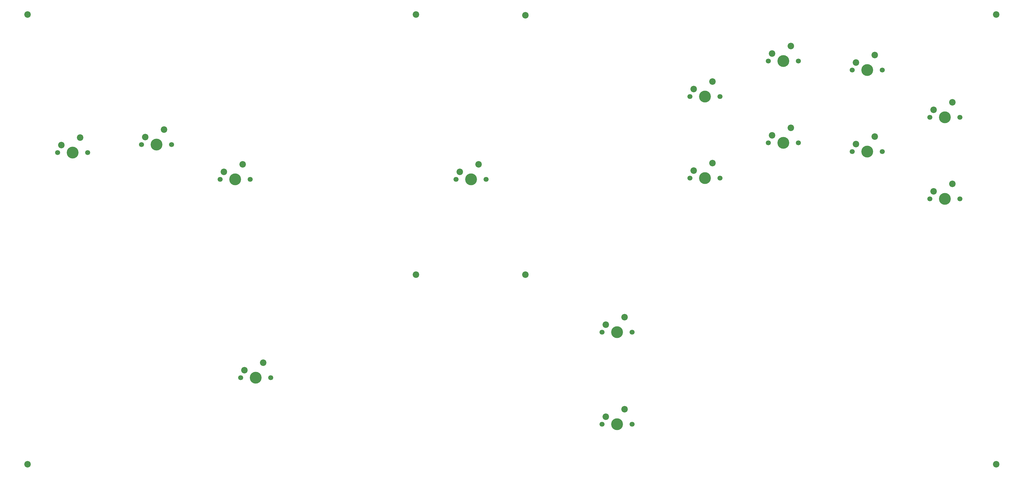
<source format=gbr>
%TF.GenerationSoftware,KiCad,Pcbnew,7.0.5*%
%TF.CreationDate,2023-07-28T19:17:22-07:00*%
%TF.ProjectId,BrookHitbox,42726f6f-6b48-4697-9462-6f782e6b6963,rev?*%
%TF.SameCoordinates,Original*%
%TF.FileFunction,Soldermask,Top*%
%TF.FilePolarity,Negative*%
%FSLAX46Y46*%
G04 Gerber Fmt 4.6, Leading zero omitted, Abs format (unit mm)*
G04 Created by KiCad (PCBNEW 7.0.5) date 2023-07-28 19:17:22*
%MOMM*%
%LPD*%
G01*
G04 APERTURE LIST*
%ADD10C,2.200000*%
%ADD11C,1.700000*%
%ADD12C,4.000000*%
G04 APERTURE END LIST*
D10*
%TO.C,H1*%
X50750000Y-223500000D03*
%TD*%
D11*
%TO.C,SW_TRIANGLE1*%
X301160000Y-87021000D03*
D12*
X306240000Y-87021000D03*
D11*
X311320000Y-87021000D03*
D10*
X308780000Y-81941000D03*
X302430000Y-84481000D03*
%TD*%
D11*
%TO.C,SW_PSXBOX1*%
X244940000Y-209921000D03*
D12*
X250020000Y-209921000D03*
D11*
X255100000Y-209921000D03*
D10*
X252560000Y-204841000D03*
X246210000Y-207381000D03*
%TD*%
D11*
%TO.C,SW_SELECT1*%
X244940000Y-178736000D03*
D12*
X250020000Y-178736000D03*
D11*
X255100000Y-178736000D03*
D10*
X252560000Y-173656000D03*
X246210000Y-176196000D03*
%TD*%
D11*
%TO.C,SW_SQUARE1*%
X274642000Y-99017000D03*
D12*
X279722000Y-99017000D03*
D11*
X284802000Y-99017000D03*
D10*
X282262000Y-93937000D03*
X275912000Y-96477000D03*
%TD*%
%TO.C,H2*%
X50750000Y-71250000D03*
%TD*%
D11*
%TO.C,SW_R1*%
X329515000Y-89996000D03*
D12*
X334595000Y-89996000D03*
D11*
X339675000Y-89996000D03*
D10*
X337135000Y-84916000D03*
X330785000Y-87456000D03*
%TD*%
%TO.C,H8*%
X219000000Y-71500000D03*
%TD*%
D11*
%TO.C,SW_CIRCLE1*%
X301160000Y-114631000D03*
D12*
X306240000Y-114631000D03*
D11*
X311320000Y-114631000D03*
D10*
X308780000Y-109551000D03*
X302430000Y-112091000D03*
%TD*%
D11*
%TO.C,SW_DOWN1*%
X89276000Y-115237000D03*
D12*
X94356000Y-115237000D03*
D11*
X99436000Y-115237000D03*
D10*
X96896000Y-110157000D03*
X90546000Y-112697000D03*
%TD*%
%TO.C,H7*%
X219000000Y-159250000D03*
%TD*%
D11*
%TO.C,SW_L2*%
X355738000Y-133642000D03*
D12*
X360818000Y-133642000D03*
D11*
X365898000Y-133642000D03*
D10*
X363358000Y-128562000D03*
X357008000Y-131102000D03*
%TD*%
D11*
%TO.C,SW_RIGHT1*%
X115848000Y-127000000D03*
D12*
X120928000Y-127000000D03*
D11*
X126008000Y-127000000D03*
D10*
X123468000Y-121920000D03*
X117118000Y-124460000D03*
%TD*%
D11*
%TO.C,SW_LEFT1*%
X60920000Y-117963000D03*
D12*
X66000000Y-117963000D03*
D11*
X71080000Y-117963000D03*
D10*
X68540000Y-112883000D03*
X62190000Y-115423000D03*
%TD*%
D11*
%TO.C,SW_START1*%
X195580000Y-127000000D03*
D12*
X200660000Y-127000000D03*
D11*
X205740000Y-127000000D03*
D10*
X203200000Y-121920000D03*
X196850000Y-124460000D03*
%TD*%
%TO.C,H6*%
X182000000Y-71250000D03*
%TD*%
D11*
%TO.C,SW_R2*%
X329515000Y-117606000D03*
D12*
X334595000Y-117606000D03*
D11*
X339675000Y-117606000D03*
D10*
X337135000Y-112526000D03*
X330785000Y-115066000D03*
%TD*%
D11*
%TO.C,SW_X1*%
X274642000Y-126626000D03*
D12*
X279722000Y-126626000D03*
D11*
X284802000Y-126626000D03*
D10*
X282262000Y-121546000D03*
X275912000Y-124086000D03*
%TD*%
%TO.C,H4*%
X378250000Y-71250000D03*
%TD*%
%TO.C,H3*%
X378250000Y-223500000D03*
%TD*%
%TO.C,H5*%
X182000000Y-159250000D03*
%TD*%
D11*
%TO.C,SW_L1*%
X355738000Y-106032000D03*
D12*
X360818000Y-106032000D03*
D11*
X365898000Y-106032000D03*
D10*
X363358000Y-100952000D03*
X357008000Y-103492000D03*
%TD*%
D11*
%TO.C,SW_UP1*%
X122807000Y-194151000D03*
D12*
X127887000Y-194151000D03*
D11*
X132967000Y-194151000D03*
D10*
X130427000Y-189071000D03*
X124077000Y-191611000D03*
%TD*%
M02*

</source>
